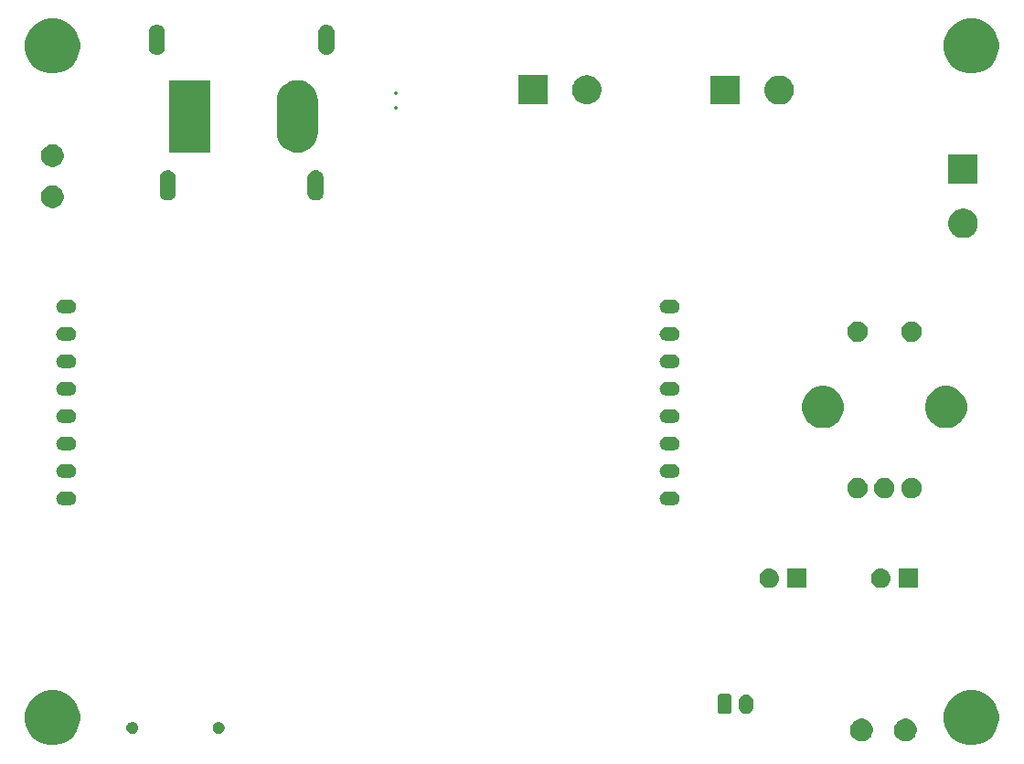
<source format=gbr>
G04 #@! TF.GenerationSoftware,KiCad,Pcbnew,5.1.4-e60b266~84~ubuntu18.04.1*
G04 #@! TF.CreationDate,2019-12-12T06:09:26+05:00*
G04 #@! TF.ProjectId,rck22,72636b32-322e-46b6-9963-61645f706362,rev?*
G04 #@! TF.SameCoordinates,Original*
G04 #@! TF.FileFunction,Soldermask,Bot*
G04 #@! TF.FilePolarity,Negative*
%FSLAX46Y46*%
G04 Gerber Fmt 4.6, Leading zero omitted, Abs format (unit mm)*
G04 Created by KiCad (PCBNEW 5.1.4-e60b266~84~ubuntu18.04.1) date 2019-12-12 06:09:26*
%MOMM*%
%LPD*%
G04 APERTURE LIST*
%ADD10C,0.100000*%
G04 APERTURE END LIST*
D10*
G36*
X183624098Y-116927032D02*
G01*
X184088351Y-117119332D01*
X184506165Y-117398506D01*
X184861494Y-117753835D01*
X185140668Y-118171649D01*
X185332968Y-118635902D01*
X185431000Y-119128746D01*
X185431000Y-119631254D01*
X185332968Y-120124098D01*
X185140668Y-120588351D01*
X184861494Y-121006165D01*
X184506165Y-121361494D01*
X184088351Y-121640668D01*
X183624098Y-121832968D01*
X183131254Y-121931000D01*
X182628746Y-121931000D01*
X182135902Y-121832968D01*
X181671649Y-121640668D01*
X181253835Y-121361494D01*
X180898506Y-121006165D01*
X180619332Y-120588351D01*
X180427032Y-120124098D01*
X180329000Y-119631254D01*
X180329000Y-119128746D01*
X180427032Y-118635902D01*
X180619332Y-118171649D01*
X180898506Y-117753835D01*
X181253835Y-117398506D01*
X181671649Y-117119332D01*
X182135902Y-116927032D01*
X182628746Y-116829000D01*
X183131254Y-116829000D01*
X183624098Y-116927032D01*
X183624098Y-116927032D01*
G37*
G36*
X98534098Y-116927032D02*
G01*
X98998351Y-117119332D01*
X99416165Y-117398506D01*
X99771494Y-117753835D01*
X100050668Y-118171649D01*
X100242968Y-118635902D01*
X100341000Y-119128746D01*
X100341000Y-119631254D01*
X100242968Y-120124098D01*
X100050668Y-120588351D01*
X99771494Y-121006165D01*
X99416165Y-121361494D01*
X98998351Y-121640668D01*
X98534098Y-121832968D01*
X98041254Y-121931000D01*
X97538746Y-121931000D01*
X97045902Y-121832968D01*
X96581649Y-121640668D01*
X96163835Y-121361494D01*
X95808506Y-121006165D01*
X95529332Y-120588351D01*
X95337032Y-120124098D01*
X95239000Y-119631254D01*
X95239000Y-119128746D01*
X95337032Y-118635902D01*
X95529332Y-118171649D01*
X95808506Y-117753835D01*
X96163835Y-117398506D01*
X96581649Y-117119332D01*
X97045902Y-116927032D01*
X97538746Y-116829000D01*
X98041254Y-116829000D01*
X98534098Y-116927032D01*
X98534098Y-116927032D01*
G37*
G36*
X173026564Y-119492068D02*
G01*
X173217835Y-119571295D01*
X173389193Y-119685794D01*
X173389973Y-119686315D01*
X173536365Y-119832707D01*
X173536367Y-119832710D01*
X173651385Y-120004845D01*
X173730612Y-120196116D01*
X173771000Y-120399163D01*
X173771000Y-120606197D01*
X173730612Y-120809244D01*
X173651385Y-121000515D01*
X173581238Y-121105496D01*
X173536365Y-121172653D01*
X173389973Y-121319045D01*
X173389970Y-121319047D01*
X173217835Y-121434065D01*
X173026564Y-121513292D01*
X172823517Y-121553680D01*
X172616483Y-121553680D01*
X172413436Y-121513292D01*
X172222165Y-121434065D01*
X172050030Y-121319047D01*
X172050027Y-121319045D01*
X171903635Y-121172653D01*
X171858762Y-121105496D01*
X171788615Y-121000515D01*
X171709388Y-120809244D01*
X171669000Y-120606197D01*
X171669000Y-120399163D01*
X171709388Y-120196116D01*
X171788615Y-120004845D01*
X171903633Y-119832710D01*
X171903635Y-119832707D01*
X172050027Y-119686315D01*
X172050807Y-119685794D01*
X172222165Y-119571295D01*
X172413436Y-119492068D01*
X172616483Y-119451680D01*
X172823517Y-119451680D01*
X173026564Y-119492068D01*
X173026564Y-119492068D01*
G37*
G36*
X177090564Y-119492068D02*
G01*
X177281835Y-119571295D01*
X177453193Y-119685794D01*
X177453973Y-119686315D01*
X177600365Y-119832707D01*
X177600367Y-119832710D01*
X177715385Y-120004845D01*
X177794612Y-120196116D01*
X177835000Y-120399163D01*
X177835000Y-120606197D01*
X177794612Y-120809244D01*
X177715385Y-121000515D01*
X177645238Y-121105496D01*
X177600365Y-121172653D01*
X177453973Y-121319045D01*
X177453970Y-121319047D01*
X177281835Y-121434065D01*
X177090564Y-121513292D01*
X176887517Y-121553680D01*
X176680483Y-121553680D01*
X176477436Y-121513292D01*
X176286165Y-121434065D01*
X176114030Y-121319047D01*
X176114027Y-121319045D01*
X175967635Y-121172653D01*
X175922762Y-121105496D01*
X175852615Y-121000515D01*
X175773388Y-120809244D01*
X175733000Y-120606197D01*
X175733000Y-120399163D01*
X175773388Y-120196116D01*
X175852615Y-120004845D01*
X175967633Y-119832710D01*
X175967635Y-119832707D01*
X176114027Y-119686315D01*
X176114807Y-119685794D01*
X176286165Y-119571295D01*
X176477436Y-119492068D01*
X176680483Y-119451680D01*
X176887517Y-119451680D01*
X177090564Y-119492068D01*
X177090564Y-119492068D01*
G37*
G36*
X113334960Y-119780353D02*
G01*
X113435236Y-119821889D01*
X113525073Y-119881917D01*
X113525482Y-119882190D01*
X113602230Y-119958938D01*
X113602232Y-119958941D01*
X113662531Y-120049184D01*
X113704067Y-120149460D01*
X113725240Y-120255909D01*
X113725240Y-120364451D01*
X113704067Y-120470900D01*
X113662531Y-120571176D01*
X113602503Y-120661013D01*
X113602230Y-120661422D01*
X113525482Y-120738170D01*
X113525479Y-120738172D01*
X113435236Y-120798471D01*
X113334960Y-120840007D01*
X113228511Y-120861180D01*
X113119969Y-120861180D01*
X113013520Y-120840007D01*
X112913244Y-120798471D01*
X112823001Y-120738172D01*
X112822998Y-120738170D01*
X112746250Y-120661422D01*
X112745977Y-120661013D01*
X112685949Y-120571176D01*
X112644413Y-120470900D01*
X112623240Y-120364451D01*
X112623240Y-120255909D01*
X112644413Y-120149460D01*
X112685949Y-120049184D01*
X112746248Y-119958941D01*
X112746250Y-119958938D01*
X112822998Y-119882190D01*
X112823407Y-119881917D01*
X112913244Y-119821889D01*
X113013520Y-119780353D01*
X113119969Y-119759180D01*
X113228511Y-119759180D01*
X113334960Y-119780353D01*
X113334960Y-119780353D01*
G37*
G36*
X105334960Y-119780353D02*
G01*
X105435236Y-119821889D01*
X105525073Y-119881917D01*
X105525482Y-119882190D01*
X105602230Y-119958938D01*
X105602232Y-119958941D01*
X105662531Y-120049184D01*
X105704067Y-120149460D01*
X105725240Y-120255909D01*
X105725240Y-120364451D01*
X105704067Y-120470900D01*
X105662531Y-120571176D01*
X105602503Y-120661013D01*
X105602230Y-120661422D01*
X105525482Y-120738170D01*
X105525479Y-120738172D01*
X105435236Y-120798471D01*
X105334960Y-120840007D01*
X105228511Y-120861180D01*
X105119969Y-120861180D01*
X105013520Y-120840007D01*
X104913244Y-120798471D01*
X104823001Y-120738172D01*
X104822998Y-120738170D01*
X104746250Y-120661422D01*
X104745977Y-120661013D01*
X104685949Y-120571176D01*
X104644413Y-120470900D01*
X104623240Y-120364451D01*
X104623240Y-120255909D01*
X104644413Y-120149460D01*
X104685949Y-120049184D01*
X104746248Y-119958941D01*
X104746250Y-119958938D01*
X104822998Y-119882190D01*
X104823407Y-119881917D01*
X104913244Y-119821889D01*
X105013520Y-119780353D01*
X105119969Y-119759180D01*
X105228511Y-119759180D01*
X105334960Y-119780353D01*
X105334960Y-119780353D01*
G37*
G36*
X162118508Y-117190553D02*
G01*
X162147617Y-117193420D01*
X162270331Y-117230645D01*
X162270333Y-117230646D01*
X162383424Y-117291094D01*
X162482553Y-117372447D01*
X162563906Y-117471575D01*
X162605515Y-117549420D01*
X162624355Y-117584668D01*
X162661580Y-117707382D01*
X162661580Y-117707385D01*
X162671000Y-117803021D01*
X162671000Y-118416979D01*
X162664720Y-118480736D01*
X162661580Y-118512618D01*
X162624355Y-118635332D01*
X162624354Y-118635334D01*
X162563906Y-118748425D01*
X162482553Y-118847553D01*
X162383425Y-118928906D01*
X162270334Y-118989354D01*
X162270332Y-118989355D01*
X162147618Y-119026580D01*
X162118509Y-119029447D01*
X162020000Y-119039150D01*
X161921492Y-119029447D01*
X161892383Y-119026580D01*
X161769669Y-118989355D01*
X161769667Y-118989354D01*
X161656576Y-118928906D01*
X161557447Y-118847553D01*
X161476094Y-118748425D01*
X161415646Y-118635334D01*
X161415645Y-118635332D01*
X161378420Y-118512618D01*
X161375280Y-118480736D01*
X161369000Y-118416979D01*
X161369000Y-117803022D01*
X161375280Y-117739265D01*
X161378420Y-117707383D01*
X161415645Y-117584669D01*
X161476095Y-117471575D01*
X161536059Y-117398509D01*
X161557447Y-117372447D01*
X161656575Y-117291094D01*
X161769666Y-117230646D01*
X161769668Y-117230645D01*
X161892382Y-117193420D01*
X161921491Y-117190553D01*
X162020000Y-117180850D01*
X162118508Y-117190553D01*
X162118508Y-117190553D01*
G37*
G36*
X160471408Y-117188952D02*
G01*
X160517885Y-117203051D01*
X160560710Y-117225941D01*
X160598250Y-117256750D01*
X160629059Y-117294290D01*
X160651949Y-117337115D01*
X160666048Y-117383592D01*
X160671000Y-117433876D01*
X160671000Y-118786124D01*
X160666048Y-118836408D01*
X160651949Y-118882885D01*
X160629059Y-118925710D01*
X160598250Y-118963250D01*
X160560710Y-118994059D01*
X160517885Y-119016949D01*
X160471408Y-119031048D01*
X160421124Y-119036000D01*
X159618876Y-119036000D01*
X159568592Y-119031048D01*
X159522115Y-119016949D01*
X159479290Y-118994059D01*
X159441750Y-118963250D01*
X159410941Y-118925710D01*
X159388051Y-118882885D01*
X159373952Y-118836408D01*
X159369000Y-118786124D01*
X159369000Y-117433876D01*
X159373952Y-117383592D01*
X159388051Y-117337115D01*
X159410941Y-117294290D01*
X159441750Y-117256750D01*
X159479290Y-117225941D01*
X159522115Y-117203051D01*
X159568592Y-117188952D01*
X159618876Y-117184000D01*
X160421124Y-117184000D01*
X160471408Y-117188952D01*
X160471408Y-117188952D01*
G37*
G36*
X177926300Y-107349860D02*
G01*
X176124300Y-107349860D01*
X176124300Y-105547860D01*
X177926300Y-105547860D01*
X177926300Y-107349860D01*
X177926300Y-107349860D01*
G37*
G36*
X174622216Y-105556986D02*
G01*
X174661927Y-105560897D01*
X174831766Y-105612417D01*
X174831768Y-105612418D01*
X174988290Y-105696080D01*
X175125485Y-105808675D01*
X175238080Y-105945870D01*
X175321742Y-106102392D01*
X175321743Y-106102394D01*
X175373263Y-106272233D01*
X175373263Y-106272236D01*
X175390660Y-106448860D01*
X175377231Y-106585200D01*
X175373263Y-106625487D01*
X175321743Y-106795326D01*
X175321742Y-106795328D01*
X175238080Y-106951850D01*
X175125485Y-107089045D01*
X174988290Y-107201640D01*
X174831768Y-107285302D01*
X174831766Y-107285303D01*
X174661927Y-107336823D01*
X174622216Y-107340734D01*
X174529565Y-107349860D01*
X174441035Y-107349860D01*
X174348384Y-107340734D01*
X174308673Y-107336823D01*
X174138834Y-107285303D01*
X174138832Y-107285302D01*
X173982310Y-107201640D01*
X173845115Y-107089045D01*
X173732520Y-106951850D01*
X173648858Y-106795328D01*
X173648857Y-106795326D01*
X173597337Y-106625487D01*
X173593369Y-106585200D01*
X173579940Y-106448860D01*
X173597337Y-106272236D01*
X173597337Y-106272233D01*
X173648857Y-106102394D01*
X173648858Y-106102392D01*
X173732520Y-105945870D01*
X173845115Y-105808675D01*
X173982310Y-105696080D01*
X174138832Y-105612418D01*
X174138834Y-105612417D01*
X174308673Y-105560897D01*
X174348384Y-105556986D01*
X174441035Y-105547860D01*
X174529565Y-105547860D01*
X174622216Y-105556986D01*
X174622216Y-105556986D01*
G37*
G36*
X164304736Y-105556986D02*
G01*
X164344447Y-105560897D01*
X164514286Y-105612417D01*
X164514288Y-105612418D01*
X164670810Y-105696080D01*
X164808005Y-105808675D01*
X164920600Y-105945870D01*
X165004262Y-106102392D01*
X165004263Y-106102394D01*
X165055783Y-106272233D01*
X165055783Y-106272236D01*
X165073180Y-106448860D01*
X165059751Y-106585200D01*
X165055783Y-106625487D01*
X165004263Y-106795326D01*
X165004262Y-106795328D01*
X164920600Y-106951850D01*
X164808005Y-107089045D01*
X164670810Y-107201640D01*
X164514288Y-107285302D01*
X164514286Y-107285303D01*
X164344447Y-107336823D01*
X164304736Y-107340734D01*
X164212085Y-107349860D01*
X164123555Y-107349860D01*
X164030904Y-107340734D01*
X163991193Y-107336823D01*
X163821354Y-107285303D01*
X163821352Y-107285302D01*
X163664830Y-107201640D01*
X163527635Y-107089045D01*
X163415040Y-106951850D01*
X163331378Y-106795328D01*
X163331377Y-106795326D01*
X163279857Y-106625487D01*
X163275889Y-106585200D01*
X163262460Y-106448860D01*
X163279857Y-106272236D01*
X163279857Y-106272233D01*
X163331377Y-106102394D01*
X163331378Y-106102392D01*
X163415040Y-105945870D01*
X163527635Y-105808675D01*
X163664830Y-105696080D01*
X163821352Y-105612418D01*
X163821354Y-105612417D01*
X163991193Y-105560897D01*
X164030904Y-105556986D01*
X164123555Y-105547860D01*
X164212085Y-105547860D01*
X164304736Y-105556986D01*
X164304736Y-105556986D01*
G37*
G36*
X167608820Y-107349860D02*
G01*
X165806820Y-107349860D01*
X165806820Y-105547860D01*
X167608820Y-105547860D01*
X167608820Y-107349860D01*
X167608820Y-107349860D01*
G37*
G36*
X155310736Y-98415280D02*
G01*
X155342618Y-98418420D01*
X155465332Y-98455645D01*
X155465334Y-98455646D01*
X155578425Y-98516094D01*
X155677553Y-98597447D01*
X155758906Y-98696575D01*
X155763541Y-98705247D01*
X155819355Y-98809668D01*
X155856580Y-98932382D01*
X155856580Y-98932385D01*
X155869150Y-99060000D01*
X155859447Y-99158509D01*
X155856580Y-99187618D01*
X155819355Y-99310332D01*
X155819354Y-99310334D01*
X155758906Y-99423425D01*
X155677553Y-99522553D01*
X155578425Y-99603906D01*
X155465334Y-99664354D01*
X155465332Y-99664355D01*
X155342618Y-99701580D01*
X155310736Y-99704720D01*
X155246979Y-99711000D01*
X154633021Y-99711000D01*
X154569264Y-99704720D01*
X154537382Y-99701580D01*
X154414668Y-99664355D01*
X154414666Y-99664354D01*
X154301575Y-99603906D01*
X154202447Y-99522553D01*
X154121094Y-99423425D01*
X154060646Y-99310334D01*
X154060645Y-99310332D01*
X154023420Y-99187618D01*
X154020553Y-99158509D01*
X154010850Y-99060000D01*
X154023420Y-98932385D01*
X154023420Y-98932382D01*
X154060645Y-98809668D01*
X154116459Y-98705247D01*
X154121094Y-98696575D01*
X154202447Y-98597447D01*
X154301575Y-98516094D01*
X154414666Y-98455646D01*
X154414668Y-98455645D01*
X154537382Y-98418420D01*
X154569264Y-98415280D01*
X154633021Y-98409000D01*
X155246979Y-98409000D01*
X155310736Y-98415280D01*
X155310736Y-98415280D01*
G37*
G36*
X99430736Y-98415280D02*
G01*
X99462618Y-98418420D01*
X99585332Y-98455645D01*
X99585334Y-98455646D01*
X99698425Y-98516094D01*
X99797553Y-98597447D01*
X99878906Y-98696575D01*
X99883541Y-98705247D01*
X99939355Y-98809668D01*
X99976580Y-98932382D01*
X99976580Y-98932385D01*
X99989150Y-99060000D01*
X99979447Y-99158509D01*
X99976580Y-99187618D01*
X99939355Y-99310332D01*
X99939354Y-99310334D01*
X99878906Y-99423425D01*
X99797553Y-99522553D01*
X99698425Y-99603906D01*
X99585334Y-99664354D01*
X99585332Y-99664355D01*
X99462618Y-99701580D01*
X99430736Y-99704720D01*
X99366979Y-99711000D01*
X98753021Y-99711000D01*
X98689264Y-99704720D01*
X98657382Y-99701580D01*
X98534668Y-99664355D01*
X98534666Y-99664354D01*
X98421575Y-99603906D01*
X98322447Y-99522553D01*
X98241094Y-99423425D01*
X98180646Y-99310334D01*
X98180645Y-99310332D01*
X98143420Y-99187618D01*
X98140553Y-99158509D01*
X98130850Y-99060000D01*
X98143420Y-98932385D01*
X98143420Y-98932382D01*
X98180645Y-98809668D01*
X98236459Y-98705247D01*
X98241094Y-98696575D01*
X98322447Y-98597447D01*
X98421575Y-98516094D01*
X98534666Y-98455646D01*
X98534668Y-98455645D01*
X98657382Y-98418420D01*
X98689264Y-98415280D01*
X98753021Y-98409000D01*
X99366979Y-98409000D01*
X99430736Y-98415280D01*
X99430736Y-98415280D01*
G37*
G36*
X177603696Y-97184566D02*
G01*
X177776767Y-97256254D01*
X177931822Y-97359859D01*
X177932527Y-97360330D01*
X178064990Y-97492793D01*
X178064992Y-97492796D01*
X178169066Y-97648553D01*
X178240754Y-97821624D01*
X178277300Y-98005353D01*
X178277300Y-98192687D01*
X178240754Y-98376416D01*
X178169066Y-98549487D01*
X178070785Y-98696574D01*
X178064990Y-98705247D01*
X177932527Y-98837710D01*
X177932524Y-98837712D01*
X177776767Y-98941786D01*
X177603696Y-99013474D01*
X177419967Y-99050020D01*
X177232633Y-99050020D01*
X177048904Y-99013474D01*
X176875833Y-98941786D01*
X176720076Y-98837712D01*
X176720073Y-98837710D01*
X176587610Y-98705247D01*
X176581815Y-98696574D01*
X176483534Y-98549487D01*
X176411846Y-98376416D01*
X176375300Y-98192687D01*
X176375300Y-98005353D01*
X176411846Y-97821624D01*
X176483534Y-97648553D01*
X176587608Y-97492796D01*
X176587610Y-97492793D01*
X176720073Y-97360330D01*
X176720778Y-97359859D01*
X176875833Y-97256254D01*
X177048904Y-97184566D01*
X177232633Y-97148020D01*
X177419967Y-97148020D01*
X177603696Y-97184566D01*
X177603696Y-97184566D01*
G37*
G36*
X172603696Y-97184566D02*
G01*
X172776767Y-97256254D01*
X172931822Y-97359859D01*
X172932527Y-97360330D01*
X173064990Y-97492793D01*
X173064992Y-97492796D01*
X173169066Y-97648553D01*
X173240754Y-97821624D01*
X173277300Y-98005353D01*
X173277300Y-98192687D01*
X173240754Y-98376416D01*
X173169066Y-98549487D01*
X173070785Y-98696574D01*
X173064990Y-98705247D01*
X172932527Y-98837710D01*
X172932524Y-98837712D01*
X172776767Y-98941786D01*
X172603696Y-99013474D01*
X172419967Y-99050020D01*
X172232633Y-99050020D01*
X172048904Y-99013474D01*
X171875833Y-98941786D01*
X171720076Y-98837712D01*
X171720073Y-98837710D01*
X171587610Y-98705247D01*
X171581815Y-98696574D01*
X171483534Y-98549487D01*
X171411846Y-98376416D01*
X171375300Y-98192687D01*
X171375300Y-98005353D01*
X171411846Y-97821624D01*
X171483534Y-97648553D01*
X171587608Y-97492796D01*
X171587610Y-97492793D01*
X171720073Y-97360330D01*
X171720778Y-97359859D01*
X171875833Y-97256254D01*
X172048904Y-97184566D01*
X172232633Y-97148020D01*
X172419967Y-97148020D01*
X172603696Y-97184566D01*
X172603696Y-97184566D01*
G37*
G36*
X175103696Y-97184566D02*
G01*
X175276767Y-97256254D01*
X175431822Y-97359859D01*
X175432527Y-97360330D01*
X175564990Y-97492793D01*
X175564992Y-97492796D01*
X175669066Y-97648553D01*
X175740754Y-97821624D01*
X175777300Y-98005353D01*
X175777300Y-98192687D01*
X175740754Y-98376416D01*
X175669066Y-98549487D01*
X175570785Y-98696574D01*
X175564990Y-98705247D01*
X175432527Y-98837710D01*
X175432524Y-98837712D01*
X175276767Y-98941786D01*
X175103696Y-99013474D01*
X174919967Y-99050020D01*
X174732633Y-99050020D01*
X174548904Y-99013474D01*
X174375833Y-98941786D01*
X174220076Y-98837712D01*
X174220073Y-98837710D01*
X174087610Y-98705247D01*
X174081815Y-98696574D01*
X173983534Y-98549487D01*
X173911846Y-98376416D01*
X173875300Y-98192687D01*
X173875300Y-98005353D01*
X173911846Y-97821624D01*
X173983534Y-97648553D01*
X174087608Y-97492796D01*
X174087610Y-97492793D01*
X174220073Y-97360330D01*
X174220778Y-97359859D01*
X174375833Y-97256254D01*
X174548904Y-97184566D01*
X174732633Y-97148020D01*
X174919967Y-97148020D01*
X175103696Y-97184566D01*
X175103696Y-97184566D01*
G37*
G36*
X155310736Y-95875280D02*
G01*
X155342618Y-95878420D01*
X155465332Y-95915645D01*
X155465334Y-95915646D01*
X155578425Y-95976094D01*
X155578427Y-95976095D01*
X155578426Y-95976095D01*
X155677553Y-96057447D01*
X155758905Y-96156574D01*
X155819355Y-96269668D01*
X155856580Y-96392382D01*
X155856580Y-96392385D01*
X155869150Y-96520000D01*
X155859447Y-96618509D01*
X155856580Y-96647618D01*
X155819355Y-96770332D01*
X155819354Y-96770334D01*
X155758906Y-96883425D01*
X155677553Y-96982553D01*
X155578425Y-97063906D01*
X155465334Y-97124354D01*
X155465332Y-97124355D01*
X155342618Y-97161580D01*
X155310736Y-97164720D01*
X155246979Y-97171000D01*
X154633021Y-97171000D01*
X154569264Y-97164720D01*
X154537382Y-97161580D01*
X154414668Y-97124355D01*
X154414666Y-97124354D01*
X154301575Y-97063906D01*
X154202447Y-96982553D01*
X154121094Y-96883425D01*
X154060646Y-96770334D01*
X154060645Y-96770332D01*
X154023420Y-96647618D01*
X154020553Y-96618509D01*
X154010850Y-96520000D01*
X154023420Y-96392385D01*
X154023420Y-96392382D01*
X154060645Y-96269668D01*
X154121095Y-96156574D01*
X154202447Y-96057447D01*
X154301574Y-95976095D01*
X154301573Y-95976095D01*
X154301575Y-95976094D01*
X154414666Y-95915646D01*
X154414668Y-95915645D01*
X154537382Y-95878420D01*
X154569264Y-95875280D01*
X154633021Y-95869000D01*
X155246979Y-95869000D01*
X155310736Y-95875280D01*
X155310736Y-95875280D01*
G37*
G36*
X99430736Y-95875280D02*
G01*
X99462618Y-95878420D01*
X99585332Y-95915645D01*
X99585334Y-95915646D01*
X99698425Y-95976094D01*
X99698427Y-95976095D01*
X99698426Y-95976095D01*
X99797553Y-96057447D01*
X99878905Y-96156574D01*
X99939355Y-96269668D01*
X99976580Y-96392382D01*
X99976580Y-96392385D01*
X99989150Y-96520000D01*
X99979447Y-96618509D01*
X99976580Y-96647618D01*
X99939355Y-96770332D01*
X99939354Y-96770334D01*
X99878906Y-96883425D01*
X99797553Y-96982553D01*
X99698425Y-97063906D01*
X99585334Y-97124354D01*
X99585332Y-97124355D01*
X99462618Y-97161580D01*
X99430736Y-97164720D01*
X99366979Y-97171000D01*
X98753021Y-97171000D01*
X98689264Y-97164720D01*
X98657382Y-97161580D01*
X98534668Y-97124355D01*
X98534666Y-97124354D01*
X98421575Y-97063906D01*
X98322447Y-96982553D01*
X98241094Y-96883425D01*
X98180646Y-96770334D01*
X98180645Y-96770332D01*
X98143420Y-96647618D01*
X98140553Y-96618509D01*
X98130850Y-96520000D01*
X98143420Y-96392385D01*
X98143420Y-96392382D01*
X98180645Y-96269668D01*
X98241095Y-96156574D01*
X98322447Y-96057447D01*
X98421574Y-95976095D01*
X98421573Y-95976095D01*
X98421575Y-95976094D01*
X98534666Y-95915646D01*
X98534668Y-95915645D01*
X98657382Y-95878420D01*
X98689264Y-95875280D01*
X98753021Y-95869000D01*
X99366979Y-95869000D01*
X99430736Y-95875280D01*
X99430736Y-95875280D01*
G37*
G36*
X155310736Y-93335280D02*
G01*
X155342618Y-93338420D01*
X155465332Y-93375645D01*
X155465334Y-93375646D01*
X155578425Y-93436094D01*
X155578427Y-93436095D01*
X155578426Y-93436095D01*
X155677553Y-93517447D01*
X155758905Y-93616574D01*
X155819355Y-93729668D01*
X155856580Y-93852382D01*
X155856580Y-93852385D01*
X155869150Y-93980000D01*
X155859447Y-94078509D01*
X155856580Y-94107618D01*
X155819355Y-94230332D01*
X155819354Y-94230334D01*
X155758906Y-94343425D01*
X155677553Y-94442553D01*
X155578425Y-94523906D01*
X155465334Y-94584354D01*
X155465332Y-94584355D01*
X155342618Y-94621580D01*
X155310736Y-94624720D01*
X155246979Y-94631000D01*
X154633021Y-94631000D01*
X154569264Y-94624720D01*
X154537382Y-94621580D01*
X154414668Y-94584355D01*
X154414666Y-94584354D01*
X154301575Y-94523906D01*
X154202447Y-94442553D01*
X154121094Y-94343425D01*
X154060646Y-94230334D01*
X154060645Y-94230332D01*
X154023420Y-94107618D01*
X154020553Y-94078509D01*
X154010850Y-93980000D01*
X154023420Y-93852385D01*
X154023420Y-93852382D01*
X154060645Y-93729668D01*
X154121095Y-93616574D01*
X154202447Y-93517447D01*
X154301574Y-93436095D01*
X154301573Y-93436095D01*
X154301575Y-93436094D01*
X154414666Y-93375646D01*
X154414668Y-93375645D01*
X154537382Y-93338420D01*
X154569264Y-93335280D01*
X154633021Y-93329000D01*
X155246979Y-93329000D01*
X155310736Y-93335280D01*
X155310736Y-93335280D01*
G37*
G36*
X99430736Y-93335280D02*
G01*
X99462618Y-93338420D01*
X99585332Y-93375645D01*
X99585334Y-93375646D01*
X99698425Y-93436094D01*
X99698427Y-93436095D01*
X99698426Y-93436095D01*
X99797553Y-93517447D01*
X99878905Y-93616574D01*
X99939355Y-93729668D01*
X99976580Y-93852382D01*
X99976580Y-93852385D01*
X99989150Y-93980000D01*
X99979447Y-94078509D01*
X99976580Y-94107618D01*
X99939355Y-94230332D01*
X99939354Y-94230334D01*
X99878906Y-94343425D01*
X99797553Y-94442553D01*
X99698425Y-94523906D01*
X99585334Y-94584354D01*
X99585332Y-94584355D01*
X99462618Y-94621580D01*
X99430736Y-94624720D01*
X99366979Y-94631000D01*
X98753021Y-94631000D01*
X98689264Y-94624720D01*
X98657382Y-94621580D01*
X98534668Y-94584355D01*
X98534666Y-94584354D01*
X98421575Y-94523906D01*
X98322447Y-94442553D01*
X98241094Y-94343425D01*
X98180646Y-94230334D01*
X98180645Y-94230332D01*
X98143420Y-94107618D01*
X98140553Y-94078509D01*
X98130850Y-93980000D01*
X98143420Y-93852385D01*
X98143420Y-93852382D01*
X98180645Y-93729668D01*
X98241095Y-93616574D01*
X98322447Y-93517447D01*
X98421574Y-93436095D01*
X98421573Y-93436095D01*
X98421575Y-93436094D01*
X98534666Y-93375646D01*
X98534668Y-93375645D01*
X98657382Y-93338420D01*
X98689264Y-93335280D01*
X98753021Y-93329000D01*
X99366979Y-93329000D01*
X99430736Y-93335280D01*
X99430736Y-93335280D01*
G37*
G36*
X181093342Y-88729726D02*
G01*
X181447129Y-88876269D01*
X181765525Y-89089014D01*
X182036306Y-89359795D01*
X182249051Y-89678191D01*
X182395594Y-90031978D01*
X182470300Y-90407550D01*
X182470300Y-90790490D01*
X182395594Y-91166062D01*
X182249051Y-91519849D01*
X182036306Y-91838245D01*
X181765525Y-92109026D01*
X181447129Y-92321771D01*
X181093342Y-92468314D01*
X180717770Y-92543020D01*
X180334830Y-92543020D01*
X179959258Y-92468314D01*
X179605471Y-92321771D01*
X179287075Y-92109026D01*
X179016294Y-91838245D01*
X178803549Y-91519849D01*
X178657006Y-91166062D01*
X178582300Y-90790490D01*
X178582300Y-90407550D01*
X178657006Y-90031978D01*
X178803549Y-89678191D01*
X179016294Y-89359795D01*
X179287075Y-89089014D01*
X179605471Y-88876269D01*
X179959258Y-88729726D01*
X180334830Y-88655020D01*
X180717770Y-88655020D01*
X181093342Y-88729726D01*
X181093342Y-88729726D01*
G37*
G36*
X169693342Y-88729726D02*
G01*
X170047129Y-88876269D01*
X170365525Y-89089014D01*
X170636306Y-89359795D01*
X170849051Y-89678191D01*
X170995594Y-90031978D01*
X171070300Y-90407550D01*
X171070300Y-90790490D01*
X170995594Y-91166062D01*
X170849051Y-91519849D01*
X170636306Y-91838245D01*
X170365525Y-92109026D01*
X170047129Y-92321771D01*
X169693342Y-92468314D01*
X169317770Y-92543020D01*
X168934830Y-92543020D01*
X168559258Y-92468314D01*
X168205471Y-92321771D01*
X167887075Y-92109026D01*
X167616294Y-91838245D01*
X167403549Y-91519849D01*
X167257006Y-91166062D01*
X167182300Y-90790490D01*
X167182300Y-90407550D01*
X167257006Y-90031978D01*
X167403549Y-89678191D01*
X167616294Y-89359795D01*
X167887075Y-89089014D01*
X168205471Y-88876269D01*
X168559258Y-88729726D01*
X168934830Y-88655020D01*
X169317770Y-88655020D01*
X169693342Y-88729726D01*
X169693342Y-88729726D01*
G37*
G36*
X155310736Y-90795280D02*
G01*
X155342618Y-90798420D01*
X155465332Y-90835645D01*
X155465334Y-90835646D01*
X155578425Y-90896094D01*
X155677553Y-90977447D01*
X155758906Y-91076575D01*
X155819354Y-91189666D01*
X155819355Y-91189668D01*
X155856580Y-91312382D01*
X155856580Y-91312385D01*
X155869150Y-91440000D01*
X155861285Y-91519849D01*
X155856580Y-91567618D01*
X155819355Y-91690332D01*
X155819354Y-91690334D01*
X155758906Y-91803425D01*
X155677553Y-91902553D01*
X155578425Y-91983906D01*
X155465334Y-92044354D01*
X155465332Y-92044355D01*
X155342618Y-92081580D01*
X155310736Y-92084720D01*
X155246979Y-92091000D01*
X154633021Y-92091000D01*
X154569264Y-92084720D01*
X154537382Y-92081580D01*
X154414668Y-92044355D01*
X154414666Y-92044354D01*
X154301575Y-91983906D01*
X154202447Y-91902553D01*
X154121094Y-91803425D01*
X154060646Y-91690334D01*
X154060645Y-91690332D01*
X154023420Y-91567618D01*
X154018715Y-91519849D01*
X154010850Y-91440000D01*
X154023420Y-91312385D01*
X154023420Y-91312382D01*
X154060645Y-91189668D01*
X154060646Y-91189666D01*
X154121094Y-91076575D01*
X154202447Y-90977447D01*
X154301575Y-90896094D01*
X154414666Y-90835646D01*
X154414668Y-90835645D01*
X154537382Y-90798420D01*
X154569264Y-90795280D01*
X154633021Y-90789000D01*
X155246979Y-90789000D01*
X155310736Y-90795280D01*
X155310736Y-90795280D01*
G37*
G36*
X99430736Y-90795280D02*
G01*
X99462618Y-90798420D01*
X99585332Y-90835645D01*
X99585334Y-90835646D01*
X99698425Y-90896094D01*
X99797553Y-90977447D01*
X99878906Y-91076575D01*
X99939354Y-91189666D01*
X99939355Y-91189668D01*
X99976580Y-91312382D01*
X99976580Y-91312385D01*
X99989150Y-91440000D01*
X99981285Y-91519849D01*
X99976580Y-91567618D01*
X99939355Y-91690332D01*
X99939354Y-91690334D01*
X99878906Y-91803425D01*
X99797553Y-91902553D01*
X99698425Y-91983906D01*
X99585334Y-92044354D01*
X99585332Y-92044355D01*
X99462618Y-92081580D01*
X99430736Y-92084720D01*
X99366979Y-92091000D01*
X98753021Y-92091000D01*
X98689264Y-92084720D01*
X98657382Y-92081580D01*
X98534668Y-92044355D01*
X98534666Y-92044354D01*
X98421575Y-91983906D01*
X98322447Y-91902553D01*
X98241094Y-91803425D01*
X98180646Y-91690334D01*
X98180645Y-91690332D01*
X98143420Y-91567618D01*
X98138715Y-91519849D01*
X98130850Y-91440000D01*
X98143420Y-91312385D01*
X98143420Y-91312382D01*
X98180645Y-91189668D01*
X98180646Y-91189666D01*
X98241094Y-91076575D01*
X98322447Y-90977447D01*
X98421575Y-90896094D01*
X98534666Y-90835646D01*
X98534668Y-90835645D01*
X98657382Y-90798420D01*
X98689264Y-90795280D01*
X98753021Y-90789000D01*
X99366979Y-90789000D01*
X99430736Y-90795280D01*
X99430736Y-90795280D01*
G37*
G36*
X99430736Y-88255280D02*
G01*
X99462618Y-88258420D01*
X99585332Y-88295645D01*
X99585334Y-88295646D01*
X99698425Y-88356094D01*
X99698427Y-88356095D01*
X99698426Y-88356095D01*
X99797553Y-88437447D01*
X99878905Y-88536574D01*
X99939355Y-88649668D01*
X99976580Y-88772382D01*
X99976580Y-88772385D01*
X99989150Y-88900000D01*
X99979447Y-88998509D01*
X99976580Y-89027618D01*
X99939355Y-89150332D01*
X99939354Y-89150334D01*
X99878906Y-89263425D01*
X99797553Y-89362553D01*
X99698425Y-89443906D01*
X99585334Y-89504354D01*
X99585332Y-89504355D01*
X99462618Y-89541580D01*
X99430736Y-89544720D01*
X99366979Y-89551000D01*
X98753021Y-89551000D01*
X98689264Y-89544720D01*
X98657382Y-89541580D01*
X98534668Y-89504355D01*
X98534666Y-89504354D01*
X98421575Y-89443906D01*
X98322447Y-89362553D01*
X98241094Y-89263425D01*
X98180646Y-89150334D01*
X98180645Y-89150332D01*
X98143420Y-89027618D01*
X98140553Y-88998509D01*
X98130850Y-88900000D01*
X98143420Y-88772385D01*
X98143420Y-88772382D01*
X98180645Y-88649668D01*
X98241095Y-88536574D01*
X98322447Y-88437447D01*
X98421574Y-88356095D01*
X98421573Y-88356095D01*
X98421575Y-88356094D01*
X98534666Y-88295646D01*
X98534668Y-88295645D01*
X98657382Y-88258420D01*
X98689264Y-88255280D01*
X98753021Y-88249000D01*
X99366979Y-88249000D01*
X99430736Y-88255280D01*
X99430736Y-88255280D01*
G37*
G36*
X155310736Y-88255280D02*
G01*
X155342618Y-88258420D01*
X155465332Y-88295645D01*
X155465334Y-88295646D01*
X155578425Y-88356094D01*
X155578427Y-88356095D01*
X155578426Y-88356095D01*
X155677553Y-88437447D01*
X155758905Y-88536574D01*
X155819355Y-88649668D01*
X155856580Y-88772382D01*
X155856580Y-88772385D01*
X155869150Y-88900000D01*
X155859447Y-88998509D01*
X155856580Y-89027618D01*
X155819355Y-89150332D01*
X155819354Y-89150334D01*
X155758906Y-89263425D01*
X155677553Y-89362553D01*
X155578425Y-89443906D01*
X155465334Y-89504354D01*
X155465332Y-89504355D01*
X155342618Y-89541580D01*
X155310736Y-89544720D01*
X155246979Y-89551000D01*
X154633021Y-89551000D01*
X154569264Y-89544720D01*
X154537382Y-89541580D01*
X154414668Y-89504355D01*
X154414666Y-89504354D01*
X154301575Y-89443906D01*
X154202447Y-89362553D01*
X154121094Y-89263425D01*
X154060646Y-89150334D01*
X154060645Y-89150332D01*
X154023420Y-89027618D01*
X154020553Y-88998509D01*
X154010850Y-88900000D01*
X154023420Y-88772385D01*
X154023420Y-88772382D01*
X154060645Y-88649668D01*
X154121095Y-88536574D01*
X154202447Y-88437447D01*
X154301574Y-88356095D01*
X154301573Y-88356095D01*
X154301575Y-88356094D01*
X154414666Y-88295646D01*
X154414668Y-88295645D01*
X154537382Y-88258420D01*
X154569264Y-88255280D01*
X154633021Y-88249000D01*
X155246979Y-88249000D01*
X155310736Y-88255280D01*
X155310736Y-88255280D01*
G37*
G36*
X99430736Y-85715280D02*
G01*
X99462618Y-85718420D01*
X99585332Y-85755645D01*
X99585334Y-85755646D01*
X99698425Y-85816094D01*
X99698427Y-85816095D01*
X99698426Y-85816095D01*
X99797553Y-85897447D01*
X99878905Y-85996574D01*
X99939355Y-86109668D01*
X99976580Y-86232382D01*
X99976580Y-86232385D01*
X99989150Y-86360000D01*
X99979447Y-86458509D01*
X99976580Y-86487618D01*
X99939355Y-86610332D01*
X99939354Y-86610334D01*
X99878906Y-86723425D01*
X99797553Y-86822553D01*
X99698425Y-86903906D01*
X99585334Y-86964354D01*
X99585332Y-86964355D01*
X99462618Y-87001580D01*
X99430736Y-87004720D01*
X99366979Y-87011000D01*
X98753021Y-87011000D01*
X98689264Y-87004720D01*
X98657382Y-87001580D01*
X98534668Y-86964355D01*
X98534666Y-86964354D01*
X98421575Y-86903906D01*
X98322447Y-86822553D01*
X98241094Y-86723425D01*
X98180646Y-86610334D01*
X98180645Y-86610332D01*
X98143420Y-86487618D01*
X98140553Y-86458509D01*
X98130850Y-86360000D01*
X98143420Y-86232385D01*
X98143420Y-86232382D01*
X98180645Y-86109668D01*
X98241095Y-85996574D01*
X98322447Y-85897447D01*
X98421574Y-85816095D01*
X98421573Y-85816095D01*
X98421575Y-85816094D01*
X98534666Y-85755646D01*
X98534668Y-85755645D01*
X98657382Y-85718420D01*
X98689264Y-85715280D01*
X98753021Y-85709000D01*
X99366979Y-85709000D01*
X99430736Y-85715280D01*
X99430736Y-85715280D01*
G37*
G36*
X155310736Y-85715280D02*
G01*
X155342618Y-85718420D01*
X155465332Y-85755645D01*
X155465334Y-85755646D01*
X155578425Y-85816094D01*
X155578427Y-85816095D01*
X155578426Y-85816095D01*
X155677553Y-85897447D01*
X155758905Y-85996574D01*
X155819355Y-86109668D01*
X155856580Y-86232382D01*
X155856580Y-86232385D01*
X155869150Y-86360000D01*
X155859447Y-86458509D01*
X155856580Y-86487618D01*
X155819355Y-86610332D01*
X155819354Y-86610334D01*
X155758906Y-86723425D01*
X155677553Y-86822553D01*
X155578425Y-86903906D01*
X155465334Y-86964354D01*
X155465332Y-86964355D01*
X155342618Y-87001580D01*
X155310736Y-87004720D01*
X155246979Y-87011000D01*
X154633021Y-87011000D01*
X154569264Y-87004720D01*
X154537382Y-87001580D01*
X154414668Y-86964355D01*
X154414666Y-86964354D01*
X154301575Y-86903906D01*
X154202447Y-86822553D01*
X154121094Y-86723425D01*
X154060646Y-86610334D01*
X154060645Y-86610332D01*
X154023420Y-86487618D01*
X154020553Y-86458509D01*
X154010850Y-86360000D01*
X154023420Y-86232385D01*
X154023420Y-86232382D01*
X154060645Y-86109668D01*
X154121095Y-85996574D01*
X154202447Y-85897447D01*
X154301574Y-85816095D01*
X154301573Y-85816095D01*
X154301575Y-85816094D01*
X154414666Y-85755646D01*
X154414668Y-85755645D01*
X154537382Y-85718420D01*
X154569264Y-85715280D01*
X154633021Y-85709000D01*
X155246979Y-85709000D01*
X155310736Y-85715280D01*
X155310736Y-85715280D01*
G37*
G36*
X177603696Y-82684566D02*
G01*
X177776767Y-82756254D01*
X177931822Y-82859859D01*
X177932527Y-82860330D01*
X178064990Y-82992793D01*
X178064992Y-82992796D01*
X178169066Y-83148553D01*
X178240754Y-83321624D01*
X178277300Y-83505353D01*
X178277300Y-83692687D01*
X178240754Y-83876416D01*
X178169066Y-84049487D01*
X178155136Y-84070334D01*
X178064990Y-84205247D01*
X177932527Y-84337710D01*
X177932524Y-84337712D01*
X177776767Y-84441786D01*
X177603696Y-84513474D01*
X177419967Y-84550020D01*
X177232633Y-84550020D01*
X177048904Y-84513474D01*
X176875833Y-84441786D01*
X176720076Y-84337712D01*
X176720073Y-84337710D01*
X176587610Y-84205247D01*
X176497464Y-84070334D01*
X176483534Y-84049487D01*
X176411846Y-83876416D01*
X176375300Y-83692687D01*
X176375300Y-83505353D01*
X176411846Y-83321624D01*
X176483534Y-83148553D01*
X176587608Y-82992796D01*
X176587610Y-82992793D01*
X176720073Y-82860330D01*
X176720778Y-82859859D01*
X176875833Y-82756254D01*
X177048904Y-82684566D01*
X177232633Y-82648020D01*
X177419967Y-82648020D01*
X177603696Y-82684566D01*
X177603696Y-82684566D01*
G37*
G36*
X172603696Y-82684566D02*
G01*
X172776767Y-82756254D01*
X172931822Y-82859859D01*
X172932527Y-82860330D01*
X173064990Y-82992793D01*
X173064992Y-82992796D01*
X173169066Y-83148553D01*
X173240754Y-83321624D01*
X173277300Y-83505353D01*
X173277300Y-83692687D01*
X173240754Y-83876416D01*
X173169066Y-84049487D01*
X173155136Y-84070334D01*
X173064990Y-84205247D01*
X172932527Y-84337710D01*
X172932524Y-84337712D01*
X172776767Y-84441786D01*
X172603696Y-84513474D01*
X172419967Y-84550020D01*
X172232633Y-84550020D01*
X172048904Y-84513474D01*
X171875833Y-84441786D01*
X171720076Y-84337712D01*
X171720073Y-84337710D01*
X171587610Y-84205247D01*
X171497464Y-84070334D01*
X171483534Y-84049487D01*
X171411846Y-83876416D01*
X171375300Y-83692687D01*
X171375300Y-83505353D01*
X171411846Y-83321624D01*
X171483534Y-83148553D01*
X171587608Y-82992796D01*
X171587610Y-82992793D01*
X171720073Y-82860330D01*
X171720778Y-82859859D01*
X171875833Y-82756254D01*
X172048904Y-82684566D01*
X172232633Y-82648020D01*
X172419967Y-82648020D01*
X172603696Y-82684566D01*
X172603696Y-82684566D01*
G37*
G36*
X99430736Y-83175280D02*
G01*
X99462618Y-83178420D01*
X99585332Y-83215645D01*
X99585334Y-83215646D01*
X99698425Y-83276094D01*
X99698427Y-83276095D01*
X99698426Y-83276095D01*
X99797553Y-83357447D01*
X99878905Y-83456574D01*
X99939355Y-83569668D01*
X99976580Y-83692382D01*
X99976580Y-83692385D01*
X99989150Y-83820000D01*
X99983593Y-83876416D01*
X99976580Y-83947618D01*
X99945678Y-84049487D01*
X99939354Y-84070334D01*
X99878906Y-84183425D01*
X99797553Y-84282553D01*
X99698425Y-84363906D01*
X99585334Y-84424354D01*
X99585332Y-84424355D01*
X99462618Y-84461580D01*
X99430736Y-84464720D01*
X99366979Y-84471000D01*
X98753021Y-84471000D01*
X98689264Y-84464720D01*
X98657382Y-84461580D01*
X98534668Y-84424355D01*
X98534666Y-84424354D01*
X98421575Y-84363906D01*
X98322447Y-84282553D01*
X98241094Y-84183425D01*
X98180646Y-84070334D01*
X98174322Y-84049487D01*
X98143420Y-83947618D01*
X98136407Y-83876416D01*
X98130850Y-83820000D01*
X98143420Y-83692385D01*
X98143420Y-83692382D01*
X98180645Y-83569668D01*
X98241095Y-83456574D01*
X98322447Y-83357447D01*
X98421574Y-83276095D01*
X98421573Y-83276095D01*
X98421575Y-83276094D01*
X98534666Y-83215646D01*
X98534668Y-83215645D01*
X98657382Y-83178420D01*
X98689264Y-83175280D01*
X98753021Y-83169000D01*
X99366979Y-83169000D01*
X99430736Y-83175280D01*
X99430736Y-83175280D01*
G37*
G36*
X155310736Y-83175280D02*
G01*
X155342618Y-83178420D01*
X155465332Y-83215645D01*
X155465334Y-83215646D01*
X155578425Y-83276094D01*
X155578427Y-83276095D01*
X155578426Y-83276095D01*
X155677553Y-83357447D01*
X155758905Y-83456574D01*
X155819355Y-83569668D01*
X155856580Y-83692382D01*
X155856580Y-83692385D01*
X155869150Y-83820000D01*
X155863593Y-83876416D01*
X155856580Y-83947618D01*
X155825678Y-84049487D01*
X155819354Y-84070334D01*
X155758906Y-84183425D01*
X155677553Y-84282553D01*
X155578425Y-84363906D01*
X155465334Y-84424354D01*
X155465332Y-84424355D01*
X155342618Y-84461580D01*
X155310736Y-84464720D01*
X155246979Y-84471000D01*
X154633021Y-84471000D01*
X154569264Y-84464720D01*
X154537382Y-84461580D01*
X154414668Y-84424355D01*
X154414666Y-84424354D01*
X154301575Y-84363906D01*
X154202447Y-84282553D01*
X154121094Y-84183425D01*
X154060646Y-84070334D01*
X154054322Y-84049487D01*
X154023420Y-83947618D01*
X154016407Y-83876416D01*
X154010850Y-83820000D01*
X154023420Y-83692385D01*
X154023420Y-83692382D01*
X154060645Y-83569668D01*
X154121095Y-83456574D01*
X154202447Y-83357447D01*
X154301574Y-83276095D01*
X154301573Y-83276095D01*
X154301575Y-83276094D01*
X154414666Y-83215646D01*
X154414668Y-83215645D01*
X154537382Y-83178420D01*
X154569264Y-83175280D01*
X154633021Y-83169000D01*
X155246979Y-83169000D01*
X155310736Y-83175280D01*
X155310736Y-83175280D01*
G37*
G36*
X155310736Y-80635280D02*
G01*
X155342618Y-80638420D01*
X155465332Y-80675645D01*
X155465334Y-80675646D01*
X155578425Y-80736094D01*
X155578427Y-80736095D01*
X155578426Y-80736095D01*
X155677553Y-80817447D01*
X155758905Y-80916574D01*
X155819355Y-81029668D01*
X155856580Y-81152382D01*
X155856580Y-81152385D01*
X155869150Y-81280000D01*
X155859447Y-81378509D01*
X155856580Y-81407618D01*
X155819355Y-81530332D01*
X155819354Y-81530334D01*
X155758906Y-81643425D01*
X155677553Y-81742553D01*
X155578425Y-81823906D01*
X155465334Y-81884354D01*
X155465332Y-81884355D01*
X155342618Y-81921580D01*
X155310736Y-81924720D01*
X155246979Y-81931000D01*
X154633021Y-81931000D01*
X154569264Y-81924720D01*
X154537382Y-81921580D01*
X154414668Y-81884355D01*
X154414666Y-81884354D01*
X154301575Y-81823906D01*
X154202447Y-81742553D01*
X154121094Y-81643425D01*
X154060646Y-81530334D01*
X154060645Y-81530332D01*
X154023420Y-81407618D01*
X154020553Y-81378509D01*
X154010850Y-81280000D01*
X154023420Y-81152385D01*
X154023420Y-81152382D01*
X154060645Y-81029668D01*
X154121095Y-80916574D01*
X154202447Y-80817447D01*
X154301574Y-80736095D01*
X154301573Y-80736095D01*
X154301575Y-80736094D01*
X154414666Y-80675646D01*
X154414668Y-80675645D01*
X154537382Y-80638420D01*
X154569264Y-80635280D01*
X154633021Y-80629000D01*
X155246979Y-80629000D01*
X155310736Y-80635280D01*
X155310736Y-80635280D01*
G37*
G36*
X99430736Y-80635280D02*
G01*
X99462618Y-80638420D01*
X99585332Y-80675645D01*
X99585334Y-80675646D01*
X99698425Y-80736094D01*
X99698427Y-80736095D01*
X99698426Y-80736095D01*
X99797553Y-80817447D01*
X99878905Y-80916574D01*
X99939355Y-81029668D01*
X99976580Y-81152382D01*
X99976580Y-81152385D01*
X99989150Y-81280000D01*
X99979447Y-81378509D01*
X99976580Y-81407618D01*
X99939355Y-81530332D01*
X99939354Y-81530334D01*
X99878906Y-81643425D01*
X99797553Y-81742553D01*
X99698425Y-81823906D01*
X99585334Y-81884354D01*
X99585332Y-81884355D01*
X99462618Y-81921580D01*
X99430736Y-81924720D01*
X99366979Y-81931000D01*
X98753021Y-81931000D01*
X98689264Y-81924720D01*
X98657382Y-81921580D01*
X98534668Y-81884355D01*
X98534666Y-81884354D01*
X98421575Y-81823906D01*
X98322447Y-81742553D01*
X98241094Y-81643425D01*
X98180646Y-81530334D01*
X98180645Y-81530332D01*
X98143420Y-81407618D01*
X98140553Y-81378509D01*
X98130850Y-81280000D01*
X98143420Y-81152385D01*
X98143420Y-81152382D01*
X98180645Y-81029668D01*
X98241095Y-80916574D01*
X98322447Y-80817447D01*
X98421574Y-80736095D01*
X98421573Y-80736095D01*
X98421575Y-80736094D01*
X98534666Y-80675646D01*
X98534668Y-80675645D01*
X98657382Y-80638420D01*
X98689264Y-80635280D01*
X98753021Y-80629000D01*
X99366979Y-80629000D01*
X99430736Y-80635280D01*
X99430736Y-80635280D01*
G37*
G36*
X182381567Y-72254959D02*
G01*
X182512072Y-72280918D01*
X182757939Y-72382759D01*
X182979212Y-72530610D01*
X183167390Y-72718788D01*
X183315241Y-72940061D01*
X183417082Y-73185928D01*
X183469000Y-73446938D01*
X183469000Y-73713062D01*
X183417082Y-73974072D01*
X183315241Y-74219939D01*
X183167390Y-74441212D01*
X182979212Y-74629390D01*
X182757939Y-74777241D01*
X182512072Y-74879082D01*
X182381567Y-74905041D01*
X182251063Y-74931000D01*
X181984937Y-74931000D01*
X181854433Y-74905041D01*
X181723928Y-74879082D01*
X181478061Y-74777241D01*
X181256788Y-74629390D01*
X181068610Y-74441212D01*
X180920759Y-74219939D01*
X180818918Y-73974072D01*
X180767000Y-73713062D01*
X180767000Y-73446938D01*
X180818918Y-73185928D01*
X180920759Y-72940061D01*
X181068610Y-72718788D01*
X181256788Y-72530610D01*
X181478061Y-72382759D01*
X181723928Y-72280918D01*
X181854433Y-72254959D01*
X181984937Y-72229000D01*
X182251063Y-72229000D01*
X182381567Y-72254959D01*
X182381567Y-72254959D01*
G37*
G36*
X98096564Y-70109388D02*
G01*
X98287835Y-70188615D01*
X98459193Y-70303114D01*
X98459973Y-70303635D01*
X98606365Y-70450027D01*
X98606367Y-70450030D01*
X98721385Y-70622165D01*
X98800612Y-70813436D01*
X98841000Y-71016483D01*
X98841000Y-71223517D01*
X98800612Y-71426564D01*
X98721385Y-71617835D01*
X98606886Y-71789193D01*
X98606365Y-71789973D01*
X98459973Y-71936365D01*
X98459970Y-71936367D01*
X98287835Y-72051385D01*
X98096564Y-72130612D01*
X97893517Y-72171000D01*
X97686483Y-72171000D01*
X97483436Y-72130612D01*
X97292165Y-72051385D01*
X97120030Y-71936367D01*
X97120027Y-71936365D01*
X96973635Y-71789973D01*
X96973114Y-71789193D01*
X96858615Y-71617835D01*
X96779388Y-71426564D01*
X96739000Y-71223517D01*
X96739000Y-71016483D01*
X96779388Y-70813436D01*
X96858615Y-70622165D01*
X96973633Y-70450030D01*
X96973635Y-70450027D01*
X97120027Y-70303635D01*
X97120807Y-70303114D01*
X97292165Y-70188615D01*
X97483436Y-70109388D01*
X97686483Y-70069000D01*
X97893517Y-70069000D01*
X98096564Y-70109388D01*
X98096564Y-70109388D01*
G37*
G36*
X108605598Y-68675666D02*
G01*
X108605601Y-68675667D01*
X108747165Y-68718610D01*
X108747167Y-68718611D01*
X108877630Y-68788344D01*
X108991986Y-68882194D01*
X109085836Y-68996549D01*
X109155569Y-69127012D01*
X109198515Y-69268582D01*
X109209380Y-69378903D01*
X109209380Y-70752697D01*
X109198515Y-70863018D01*
X109155569Y-71004588D01*
X109085836Y-71135051D01*
X108991986Y-71249406D01*
X108877631Y-71343256D01*
X108747168Y-71412989D01*
X108747166Y-71412990D01*
X108702415Y-71426565D01*
X108605598Y-71455935D01*
X108458381Y-71470434D01*
X108311162Y-71455934D01*
X108284809Y-71447940D01*
X108169595Y-71412990D01*
X108169593Y-71412989D01*
X108039130Y-71343256D01*
X107924775Y-71249406D01*
X107830925Y-71135051D01*
X107761192Y-71004588D01*
X107718246Y-70863018D01*
X107707381Y-70752697D01*
X107707380Y-69378904D01*
X107718245Y-69268583D01*
X107761191Y-69127013D01*
X107830924Y-68996550D01*
X107924774Y-68882194D01*
X108039129Y-68788344D01*
X108169592Y-68718611D01*
X108169594Y-68718610D01*
X108216782Y-68704296D01*
X108311162Y-68675665D01*
X108458379Y-68661166D01*
X108605598Y-68675666D01*
X108605598Y-68675666D01*
G37*
G36*
X122305598Y-68675666D02*
G01*
X122305601Y-68675667D01*
X122447165Y-68718610D01*
X122447167Y-68718611D01*
X122577630Y-68788344D01*
X122691986Y-68882194D01*
X122785836Y-68996549D01*
X122855569Y-69127012D01*
X122898515Y-69268582D01*
X122909380Y-69378903D01*
X122909380Y-70752697D01*
X122898515Y-70863018D01*
X122855569Y-71004588D01*
X122785836Y-71135051D01*
X122691986Y-71249406D01*
X122577631Y-71343256D01*
X122447168Y-71412989D01*
X122447166Y-71412990D01*
X122402415Y-71426565D01*
X122305598Y-71455935D01*
X122158381Y-71470434D01*
X122011162Y-71455934D01*
X121984809Y-71447940D01*
X121869595Y-71412990D01*
X121869593Y-71412989D01*
X121739130Y-71343256D01*
X121624775Y-71249406D01*
X121530925Y-71135051D01*
X121461192Y-71004588D01*
X121418246Y-70863018D01*
X121407381Y-70752697D01*
X121407380Y-69378904D01*
X121418245Y-69268583D01*
X121461191Y-69127013D01*
X121530924Y-68996550D01*
X121624774Y-68882194D01*
X121739129Y-68788344D01*
X121869592Y-68718611D01*
X121869594Y-68718610D01*
X121916782Y-68704296D01*
X122011162Y-68675665D01*
X122158379Y-68661166D01*
X122305598Y-68675666D01*
X122305598Y-68675666D01*
G37*
G36*
X183469000Y-69931000D02*
G01*
X180767000Y-69931000D01*
X180767000Y-67229000D01*
X183469000Y-67229000D01*
X183469000Y-69931000D01*
X183469000Y-69931000D01*
G37*
G36*
X98096564Y-66299388D02*
G01*
X98287835Y-66378615D01*
X98437343Y-66478514D01*
X98459973Y-66493635D01*
X98606365Y-66640027D01*
X98606367Y-66640030D01*
X98721385Y-66812165D01*
X98800612Y-67003436D01*
X98841000Y-67206483D01*
X98841000Y-67413517D01*
X98800612Y-67616564D01*
X98721385Y-67807835D01*
X98606886Y-67979193D01*
X98606365Y-67979973D01*
X98459973Y-68126365D01*
X98459970Y-68126367D01*
X98287835Y-68241385D01*
X98096564Y-68320612D01*
X97893517Y-68361000D01*
X97686483Y-68361000D01*
X97483436Y-68320612D01*
X97292165Y-68241385D01*
X97120030Y-68126367D01*
X97120027Y-68126365D01*
X96973635Y-67979973D01*
X96973114Y-67979193D01*
X96858615Y-67807835D01*
X96779388Y-67616564D01*
X96739000Y-67413517D01*
X96739000Y-67206483D01*
X96779388Y-67003436D01*
X96858615Y-66812165D01*
X96973633Y-66640030D01*
X96973635Y-66640027D01*
X97120027Y-66493635D01*
X97142657Y-66478514D01*
X97292165Y-66378615D01*
X97483436Y-66299388D01*
X97686483Y-66259000D01*
X97893517Y-66259000D01*
X98096564Y-66299388D01*
X98096564Y-66299388D01*
G37*
G36*
X120837260Y-60354306D02*
G01*
X121195600Y-60463007D01*
X121525849Y-60639528D01*
X121815314Y-60877086D01*
X122052872Y-61166551D01*
X122229393Y-61496799D01*
X122338094Y-61855139D01*
X122365600Y-62134411D01*
X122365600Y-65221189D01*
X122338094Y-65500461D01*
X122229393Y-65858801D01*
X122052872Y-66189049D01*
X121815314Y-66478514D01*
X121525849Y-66716072D01*
X121195601Y-66892593D01*
X120837261Y-67001294D01*
X120464600Y-67037998D01*
X120091940Y-67001294D01*
X119733600Y-66892593D01*
X119403352Y-66716072D01*
X119113887Y-66478514D01*
X118876329Y-66189049D01*
X118699808Y-65858801D01*
X118591107Y-65500461D01*
X118563601Y-65221189D01*
X118563600Y-62134412D01*
X118591106Y-61855140D01*
X118699807Y-61496800D01*
X118876328Y-61166551D01*
X119113886Y-60877086D01*
X119403351Y-60639528D01*
X119733599Y-60463007D01*
X120091939Y-60354306D01*
X120464600Y-60317602D01*
X120837260Y-60354306D01*
X120837260Y-60354306D01*
G37*
G36*
X112365600Y-67028800D02*
G01*
X108563600Y-67028800D01*
X108563600Y-60326800D01*
X112365600Y-60326800D01*
X112365600Y-67028800D01*
X112365600Y-67028800D01*
G37*
G36*
X129622581Y-62715328D02*
G01*
X129632305Y-62717262D01*
X129659785Y-62728645D01*
X129684517Y-62745170D01*
X129705550Y-62766203D01*
X129722075Y-62790935D01*
X129733458Y-62818415D01*
X129739260Y-62847588D01*
X129739260Y-62877332D01*
X129733458Y-62906505D01*
X129722075Y-62933985D01*
X129705550Y-62958717D01*
X129684517Y-62979750D01*
X129659785Y-62996275D01*
X129632305Y-63007658D01*
X129622581Y-63009592D01*
X129603134Y-63013460D01*
X129573386Y-63013460D01*
X129553939Y-63009592D01*
X129544215Y-63007658D01*
X129516735Y-62996275D01*
X129492003Y-62979750D01*
X129470970Y-62958717D01*
X129454445Y-62933985D01*
X129443062Y-62906505D01*
X129437260Y-62877332D01*
X129437260Y-62847588D01*
X129443062Y-62818415D01*
X129454445Y-62790935D01*
X129470970Y-62766203D01*
X129492003Y-62745170D01*
X129516735Y-62728645D01*
X129544215Y-62717262D01*
X129553939Y-62715328D01*
X129573386Y-62711460D01*
X129603134Y-62711460D01*
X129622581Y-62715328D01*
X129622581Y-62715328D01*
G37*
G36*
X161444660Y-62577700D02*
G01*
X158742660Y-62577700D01*
X158742660Y-59875700D01*
X161444660Y-59875700D01*
X161444660Y-62577700D01*
X161444660Y-62577700D01*
G37*
G36*
X165357227Y-59901659D02*
G01*
X165487732Y-59927618D01*
X165733599Y-60029459D01*
X165954872Y-60177310D01*
X166143050Y-60365488D01*
X166290901Y-60586761D01*
X166392742Y-60832628D01*
X166444660Y-61093638D01*
X166444660Y-61359762D01*
X166392742Y-61620772D01*
X166290901Y-61866639D01*
X166143050Y-62087912D01*
X165954872Y-62276090D01*
X165733599Y-62423941D01*
X165487732Y-62525782D01*
X165357227Y-62551741D01*
X165226723Y-62577700D01*
X164960597Y-62577700D01*
X164830093Y-62551741D01*
X164699588Y-62525782D01*
X164453721Y-62423941D01*
X164232448Y-62276090D01*
X164044270Y-62087912D01*
X163896419Y-61866639D01*
X163794578Y-61620772D01*
X163742660Y-61359762D01*
X163742660Y-61093638D01*
X163794578Y-60832628D01*
X163896419Y-60586761D01*
X164044270Y-60365488D01*
X164232448Y-60177310D01*
X164453721Y-60029459D01*
X164699588Y-59927618D01*
X164830093Y-59901659D01*
X164960597Y-59875700D01*
X165226723Y-59875700D01*
X165357227Y-59901659D01*
X165357227Y-59901659D01*
G37*
G36*
X147523887Y-59871179D02*
G01*
X147654392Y-59897138D01*
X147900259Y-59998979D01*
X148121532Y-60146830D01*
X148309710Y-60335008D01*
X148457561Y-60556281D01*
X148559402Y-60802148D01*
X148611320Y-61063158D01*
X148611320Y-61329282D01*
X148559402Y-61590292D01*
X148457561Y-61836159D01*
X148309710Y-62057432D01*
X148121532Y-62245610D01*
X147900259Y-62393461D01*
X147654392Y-62495302D01*
X147523887Y-62521261D01*
X147393383Y-62547220D01*
X147127257Y-62547220D01*
X146996753Y-62521261D01*
X146866248Y-62495302D01*
X146620381Y-62393461D01*
X146399108Y-62245610D01*
X146210930Y-62057432D01*
X146063079Y-61836159D01*
X145961238Y-61590292D01*
X145909320Y-61329282D01*
X145909320Y-61063158D01*
X145961238Y-60802148D01*
X146063079Y-60556281D01*
X146210930Y-60335008D01*
X146399108Y-60146830D01*
X146620381Y-59998979D01*
X146866248Y-59897138D01*
X146996753Y-59871179D01*
X147127257Y-59845220D01*
X147393383Y-59845220D01*
X147523887Y-59871179D01*
X147523887Y-59871179D01*
G37*
G36*
X143611320Y-62547220D02*
G01*
X140909320Y-62547220D01*
X140909320Y-59845220D01*
X143611320Y-59845220D01*
X143611320Y-62547220D01*
X143611320Y-62547220D01*
G37*
G36*
X129635281Y-61371668D02*
G01*
X129645005Y-61373602D01*
X129672485Y-61384985D01*
X129697217Y-61401510D01*
X129718250Y-61422543D01*
X129734775Y-61447275D01*
X129734776Y-61447278D01*
X129746158Y-61474756D01*
X129750543Y-61496800D01*
X129751960Y-61503928D01*
X129751960Y-61533672D01*
X129746158Y-61562845D01*
X129734775Y-61590325D01*
X129718250Y-61615057D01*
X129697217Y-61636090D01*
X129672485Y-61652615D01*
X129645005Y-61663998D01*
X129635281Y-61665932D01*
X129615834Y-61669800D01*
X129586086Y-61669800D01*
X129566639Y-61665932D01*
X129556915Y-61663998D01*
X129529435Y-61652615D01*
X129504703Y-61636090D01*
X129483670Y-61615057D01*
X129467145Y-61590325D01*
X129455762Y-61562845D01*
X129449960Y-61533672D01*
X129449960Y-61503928D01*
X129451378Y-61496800D01*
X129455762Y-61474756D01*
X129467144Y-61447278D01*
X129467145Y-61447275D01*
X129483670Y-61422543D01*
X129504703Y-61401510D01*
X129529435Y-61384985D01*
X129556915Y-61373602D01*
X129566639Y-61371668D01*
X129586086Y-61367800D01*
X129615834Y-61367800D01*
X129635281Y-61371668D01*
X129635281Y-61371668D01*
G37*
G36*
X183624098Y-54697032D02*
G01*
X184088351Y-54889332D01*
X184506165Y-55168506D01*
X184861494Y-55523835D01*
X185140668Y-55941649D01*
X185332968Y-56405902D01*
X185431000Y-56898746D01*
X185431000Y-57401254D01*
X185332968Y-57894098D01*
X185140668Y-58358351D01*
X184861494Y-58776165D01*
X184506165Y-59131494D01*
X184088351Y-59410668D01*
X183624098Y-59602968D01*
X183131254Y-59701000D01*
X182628746Y-59701000D01*
X182135902Y-59602968D01*
X181671649Y-59410668D01*
X181253835Y-59131494D01*
X180898506Y-58776165D01*
X180619332Y-58358351D01*
X180427032Y-57894098D01*
X180329000Y-57401254D01*
X180329000Y-56898746D01*
X180427032Y-56405902D01*
X180619332Y-55941649D01*
X180898506Y-55523835D01*
X181253835Y-55168506D01*
X181671649Y-54889332D01*
X182135902Y-54697032D01*
X182628746Y-54599000D01*
X183131254Y-54599000D01*
X183624098Y-54697032D01*
X183624098Y-54697032D01*
G37*
G36*
X98534098Y-54697032D02*
G01*
X98998351Y-54889332D01*
X99416165Y-55168506D01*
X99771494Y-55523835D01*
X100050668Y-55941649D01*
X100242968Y-56405902D01*
X100341000Y-56898746D01*
X100341000Y-57401254D01*
X100242968Y-57894098D01*
X100050668Y-58358351D01*
X99771494Y-58776165D01*
X99416165Y-59131494D01*
X98998351Y-59410668D01*
X98534098Y-59602968D01*
X98041254Y-59701000D01*
X97538746Y-59701000D01*
X97045902Y-59602968D01*
X96581649Y-59410668D01*
X96163835Y-59131494D01*
X95808506Y-58776165D01*
X95529332Y-58358351D01*
X95337032Y-57894098D01*
X95239000Y-57401254D01*
X95239000Y-56898746D01*
X95337032Y-56405902D01*
X95529332Y-55941649D01*
X95808506Y-55523835D01*
X96163835Y-55168506D01*
X96581649Y-54889332D01*
X97045902Y-54697032D01*
X97538746Y-54599000D01*
X98041254Y-54599000D01*
X98534098Y-54697032D01*
X98534098Y-54697032D01*
G37*
G36*
X107605598Y-55175666D02*
G01*
X107605601Y-55175667D01*
X107747165Y-55218610D01*
X107747167Y-55218611D01*
X107877630Y-55288344D01*
X107991986Y-55382194D01*
X108085836Y-55496549D01*
X108155569Y-55627012D01*
X108198515Y-55768582D01*
X108209380Y-55878903D01*
X108209380Y-57252697D01*
X108198515Y-57363018D01*
X108155569Y-57504588D01*
X108085836Y-57635051D01*
X107991986Y-57749406D01*
X107877631Y-57843256D01*
X107747168Y-57912989D01*
X107747166Y-57912990D01*
X107699978Y-57927304D01*
X107605598Y-57955935D01*
X107458381Y-57970434D01*
X107311162Y-57955934D01*
X107284809Y-57947940D01*
X107169595Y-57912990D01*
X107169593Y-57912989D01*
X107039130Y-57843256D01*
X106924775Y-57749406D01*
X106830925Y-57635051D01*
X106761192Y-57504588D01*
X106718246Y-57363018D01*
X106707381Y-57252697D01*
X106707380Y-55878904D01*
X106718245Y-55768583D01*
X106761191Y-55627013D01*
X106830924Y-55496550D01*
X106924774Y-55382194D01*
X107039129Y-55288344D01*
X107169592Y-55218611D01*
X107169594Y-55218610D01*
X107216782Y-55204296D01*
X107311162Y-55175665D01*
X107458379Y-55161166D01*
X107605598Y-55175666D01*
X107605598Y-55175666D01*
G37*
G36*
X123305598Y-55175666D02*
G01*
X123305601Y-55175667D01*
X123447165Y-55218610D01*
X123447167Y-55218611D01*
X123577630Y-55288344D01*
X123691986Y-55382194D01*
X123785836Y-55496549D01*
X123855569Y-55627012D01*
X123898515Y-55768582D01*
X123909380Y-55878903D01*
X123909380Y-57252697D01*
X123898515Y-57363018D01*
X123855569Y-57504588D01*
X123785836Y-57635051D01*
X123691986Y-57749406D01*
X123577631Y-57843256D01*
X123447168Y-57912989D01*
X123447166Y-57912990D01*
X123399978Y-57927304D01*
X123305598Y-57955935D01*
X123158381Y-57970434D01*
X123011162Y-57955934D01*
X122984809Y-57947940D01*
X122869595Y-57912990D01*
X122869593Y-57912989D01*
X122739130Y-57843256D01*
X122624775Y-57749406D01*
X122530925Y-57635051D01*
X122461192Y-57504588D01*
X122418246Y-57363018D01*
X122407381Y-57252697D01*
X122407380Y-55878904D01*
X122418245Y-55768583D01*
X122461191Y-55627013D01*
X122530924Y-55496550D01*
X122624774Y-55382194D01*
X122739129Y-55288344D01*
X122869592Y-55218611D01*
X122869594Y-55218610D01*
X122916782Y-55204296D01*
X123011162Y-55175665D01*
X123158379Y-55161166D01*
X123305598Y-55175666D01*
X123305598Y-55175666D01*
G37*
M02*

</source>
